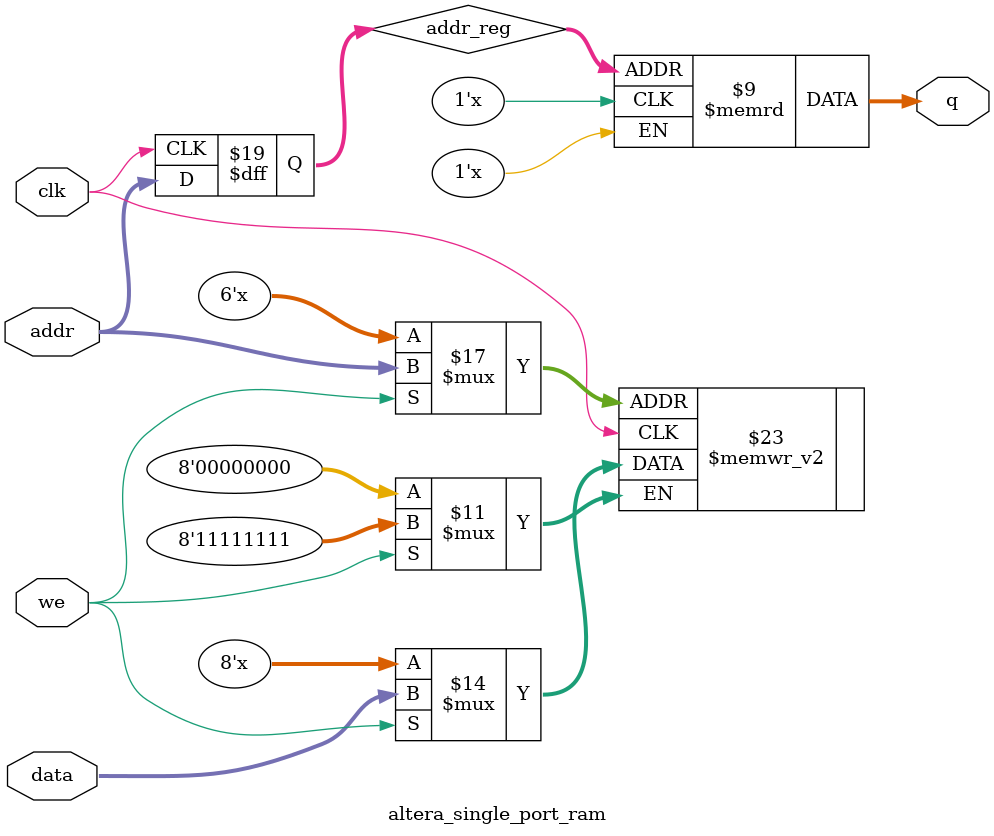
<source format=v>
module altera_single_port_ram
(
	input [7:0] data,
	input [5:0] addr,
	input we, clk,
	output [7:0] q
);

	// Declare the RAM variable
	reg [7:0] ram[63:0];
	
	// Variable to hold the registered read address
	reg [5:0] addr_reg;
	
	always @ (posedge clk)
	begin
	// Write
		if (we)
			ram[addr] <= data;
		
		addr_reg <= addr;
		
	end
		
	// Continuous assignment implies read returns NEW data.
	// This is the natural behavior of the TriMatrix memory
	// blocks in Single Port mode.  
	assign q = ram[addr_reg];
	
endmodule

</source>
